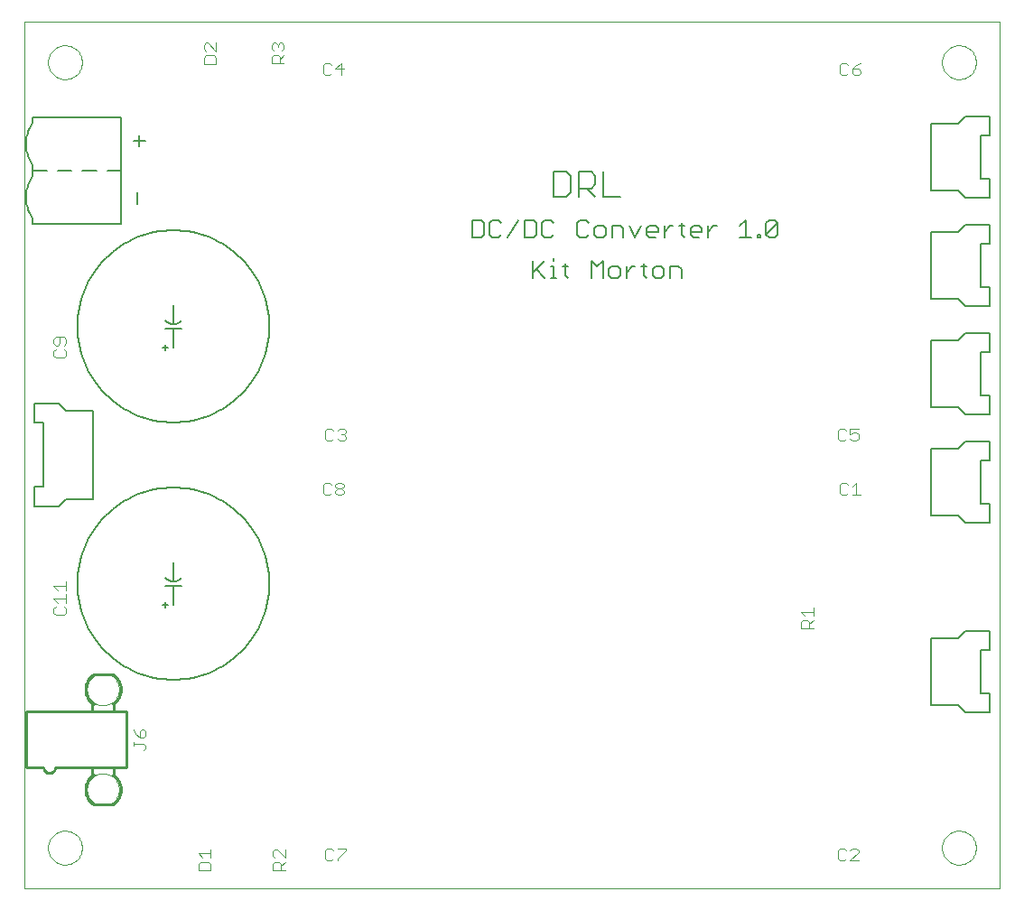
<source format=gto>
G75*
G70*
%OFA0B0*%
%FSLAX24Y24*%
%IPPOS*%
%LPD*%
%AMOC8*
5,1,8,0,0,1.08239X$1,22.5*
%
%ADD10C,0.0000*%
%ADD11C,0.0060*%
%ADD12C,0.0080*%
%ADD13C,0.0040*%
%ADD14C,0.0050*%
%ADD15C,0.0100*%
D10*
X006843Y002308D02*
X006843Y034304D01*
X042843Y034304D01*
X042843Y002308D01*
X006843Y002308D01*
X007718Y003808D02*
X007720Y003858D01*
X007726Y003907D01*
X007736Y003956D01*
X007749Y004003D01*
X007767Y004050D01*
X007788Y004095D01*
X007812Y004138D01*
X007840Y004179D01*
X007871Y004218D01*
X007905Y004254D01*
X007942Y004288D01*
X007982Y004318D01*
X008023Y004345D01*
X008067Y004369D01*
X008112Y004389D01*
X008159Y004405D01*
X008207Y004418D01*
X008256Y004427D01*
X008306Y004432D01*
X008355Y004433D01*
X008405Y004430D01*
X008454Y004423D01*
X008503Y004412D01*
X008550Y004398D01*
X008596Y004379D01*
X008641Y004357D01*
X008684Y004332D01*
X008724Y004303D01*
X008762Y004271D01*
X008798Y004237D01*
X008831Y004199D01*
X008860Y004159D01*
X008886Y004117D01*
X008909Y004073D01*
X008928Y004027D01*
X008944Y003980D01*
X008956Y003931D01*
X008964Y003882D01*
X008968Y003833D01*
X008968Y003783D01*
X008964Y003734D01*
X008956Y003685D01*
X008944Y003636D01*
X008928Y003589D01*
X008909Y003543D01*
X008886Y003499D01*
X008860Y003457D01*
X008831Y003417D01*
X008798Y003379D01*
X008762Y003345D01*
X008724Y003313D01*
X008684Y003284D01*
X008641Y003259D01*
X008596Y003237D01*
X008550Y003218D01*
X008503Y003204D01*
X008454Y003193D01*
X008405Y003186D01*
X008355Y003183D01*
X008306Y003184D01*
X008256Y003189D01*
X008207Y003198D01*
X008159Y003211D01*
X008112Y003227D01*
X008067Y003247D01*
X008023Y003271D01*
X007982Y003298D01*
X007942Y003328D01*
X007905Y003362D01*
X007871Y003398D01*
X007840Y003437D01*
X007812Y003478D01*
X007788Y003521D01*
X007767Y003566D01*
X007749Y003613D01*
X007736Y003660D01*
X007726Y003709D01*
X007720Y003758D01*
X007718Y003808D01*
X009154Y005958D02*
X009156Y006006D01*
X009162Y006054D01*
X009172Y006101D01*
X009185Y006147D01*
X009203Y006192D01*
X009223Y006236D01*
X009248Y006278D01*
X009276Y006317D01*
X009306Y006354D01*
X009340Y006388D01*
X009377Y006420D01*
X009415Y006449D01*
X009456Y006474D01*
X009499Y006496D01*
X009544Y006514D01*
X009590Y006528D01*
X009637Y006539D01*
X009685Y006546D01*
X009733Y006549D01*
X009781Y006548D01*
X009829Y006543D01*
X009877Y006534D01*
X009923Y006522D01*
X009968Y006505D01*
X010012Y006485D01*
X010054Y006462D01*
X010094Y006435D01*
X010132Y006405D01*
X010167Y006372D01*
X010199Y006336D01*
X010229Y006298D01*
X010255Y006257D01*
X010277Y006214D01*
X010297Y006170D01*
X010312Y006125D01*
X010324Y006078D01*
X010332Y006030D01*
X010336Y005982D01*
X010336Y005934D01*
X010332Y005886D01*
X010324Y005838D01*
X010312Y005791D01*
X010297Y005746D01*
X010277Y005702D01*
X010255Y005659D01*
X010229Y005618D01*
X010199Y005580D01*
X010167Y005544D01*
X010132Y005511D01*
X010094Y005481D01*
X010054Y005454D01*
X010012Y005431D01*
X009968Y005411D01*
X009923Y005394D01*
X009877Y005382D01*
X009829Y005373D01*
X009781Y005368D01*
X009733Y005367D01*
X009685Y005370D01*
X009637Y005377D01*
X009590Y005388D01*
X009544Y005402D01*
X009499Y005420D01*
X009456Y005442D01*
X009415Y005467D01*
X009377Y005496D01*
X009340Y005528D01*
X009306Y005562D01*
X009276Y005599D01*
X009248Y005638D01*
X009223Y005680D01*
X009203Y005724D01*
X009185Y005769D01*
X009172Y005815D01*
X009162Y005862D01*
X009156Y005910D01*
X009154Y005958D01*
X009154Y009658D02*
X009156Y009706D01*
X009162Y009754D01*
X009172Y009801D01*
X009185Y009847D01*
X009203Y009892D01*
X009223Y009936D01*
X009248Y009978D01*
X009276Y010017D01*
X009306Y010054D01*
X009340Y010088D01*
X009377Y010120D01*
X009415Y010149D01*
X009456Y010174D01*
X009499Y010196D01*
X009544Y010214D01*
X009590Y010228D01*
X009637Y010239D01*
X009685Y010246D01*
X009733Y010249D01*
X009781Y010248D01*
X009829Y010243D01*
X009877Y010234D01*
X009923Y010222D01*
X009968Y010205D01*
X010012Y010185D01*
X010054Y010162D01*
X010094Y010135D01*
X010132Y010105D01*
X010167Y010072D01*
X010199Y010036D01*
X010229Y009998D01*
X010255Y009957D01*
X010277Y009914D01*
X010297Y009870D01*
X010312Y009825D01*
X010324Y009778D01*
X010332Y009730D01*
X010336Y009682D01*
X010336Y009634D01*
X010332Y009586D01*
X010324Y009538D01*
X010312Y009491D01*
X010297Y009446D01*
X010277Y009402D01*
X010255Y009359D01*
X010229Y009318D01*
X010199Y009280D01*
X010167Y009244D01*
X010132Y009211D01*
X010094Y009181D01*
X010054Y009154D01*
X010012Y009131D01*
X009968Y009111D01*
X009923Y009094D01*
X009877Y009082D01*
X009829Y009073D01*
X009781Y009068D01*
X009733Y009067D01*
X009685Y009070D01*
X009637Y009077D01*
X009590Y009088D01*
X009544Y009102D01*
X009499Y009120D01*
X009456Y009142D01*
X009415Y009167D01*
X009377Y009196D01*
X009340Y009228D01*
X009306Y009262D01*
X009276Y009299D01*
X009248Y009338D01*
X009223Y009380D01*
X009203Y009424D01*
X009185Y009469D01*
X009172Y009515D01*
X009162Y009562D01*
X009156Y009610D01*
X009154Y009658D01*
X007718Y032808D02*
X007720Y032858D01*
X007726Y032907D01*
X007736Y032956D01*
X007749Y033003D01*
X007767Y033050D01*
X007788Y033095D01*
X007812Y033138D01*
X007840Y033179D01*
X007871Y033218D01*
X007905Y033254D01*
X007942Y033288D01*
X007982Y033318D01*
X008023Y033345D01*
X008067Y033369D01*
X008112Y033389D01*
X008159Y033405D01*
X008207Y033418D01*
X008256Y033427D01*
X008306Y033432D01*
X008355Y033433D01*
X008405Y033430D01*
X008454Y033423D01*
X008503Y033412D01*
X008550Y033398D01*
X008596Y033379D01*
X008641Y033357D01*
X008684Y033332D01*
X008724Y033303D01*
X008762Y033271D01*
X008798Y033237D01*
X008831Y033199D01*
X008860Y033159D01*
X008886Y033117D01*
X008909Y033073D01*
X008928Y033027D01*
X008944Y032980D01*
X008956Y032931D01*
X008964Y032882D01*
X008968Y032833D01*
X008968Y032783D01*
X008964Y032734D01*
X008956Y032685D01*
X008944Y032636D01*
X008928Y032589D01*
X008909Y032543D01*
X008886Y032499D01*
X008860Y032457D01*
X008831Y032417D01*
X008798Y032379D01*
X008762Y032345D01*
X008724Y032313D01*
X008684Y032284D01*
X008641Y032259D01*
X008596Y032237D01*
X008550Y032218D01*
X008503Y032204D01*
X008454Y032193D01*
X008405Y032186D01*
X008355Y032183D01*
X008306Y032184D01*
X008256Y032189D01*
X008207Y032198D01*
X008159Y032211D01*
X008112Y032227D01*
X008067Y032247D01*
X008023Y032271D01*
X007982Y032298D01*
X007942Y032328D01*
X007905Y032362D01*
X007871Y032398D01*
X007840Y032437D01*
X007812Y032478D01*
X007788Y032521D01*
X007767Y032566D01*
X007749Y032613D01*
X007736Y032660D01*
X007726Y032709D01*
X007720Y032758D01*
X007718Y032808D01*
X040718Y032808D02*
X040720Y032858D01*
X040726Y032907D01*
X040736Y032956D01*
X040749Y033003D01*
X040767Y033050D01*
X040788Y033095D01*
X040812Y033138D01*
X040840Y033179D01*
X040871Y033218D01*
X040905Y033254D01*
X040942Y033288D01*
X040982Y033318D01*
X041023Y033345D01*
X041067Y033369D01*
X041112Y033389D01*
X041159Y033405D01*
X041207Y033418D01*
X041256Y033427D01*
X041306Y033432D01*
X041355Y033433D01*
X041405Y033430D01*
X041454Y033423D01*
X041503Y033412D01*
X041550Y033398D01*
X041596Y033379D01*
X041641Y033357D01*
X041684Y033332D01*
X041724Y033303D01*
X041762Y033271D01*
X041798Y033237D01*
X041831Y033199D01*
X041860Y033159D01*
X041886Y033117D01*
X041909Y033073D01*
X041928Y033027D01*
X041944Y032980D01*
X041956Y032931D01*
X041964Y032882D01*
X041968Y032833D01*
X041968Y032783D01*
X041964Y032734D01*
X041956Y032685D01*
X041944Y032636D01*
X041928Y032589D01*
X041909Y032543D01*
X041886Y032499D01*
X041860Y032457D01*
X041831Y032417D01*
X041798Y032379D01*
X041762Y032345D01*
X041724Y032313D01*
X041684Y032284D01*
X041641Y032259D01*
X041596Y032237D01*
X041550Y032218D01*
X041503Y032204D01*
X041454Y032193D01*
X041405Y032186D01*
X041355Y032183D01*
X041306Y032184D01*
X041256Y032189D01*
X041207Y032198D01*
X041159Y032211D01*
X041112Y032227D01*
X041067Y032247D01*
X041023Y032271D01*
X040982Y032298D01*
X040942Y032328D01*
X040905Y032362D01*
X040871Y032398D01*
X040840Y032437D01*
X040812Y032478D01*
X040788Y032521D01*
X040767Y032566D01*
X040749Y032613D01*
X040736Y032660D01*
X040726Y032709D01*
X040720Y032758D01*
X040718Y032808D01*
X040718Y003808D02*
X040720Y003858D01*
X040726Y003907D01*
X040736Y003956D01*
X040749Y004003D01*
X040767Y004050D01*
X040788Y004095D01*
X040812Y004138D01*
X040840Y004179D01*
X040871Y004218D01*
X040905Y004254D01*
X040942Y004288D01*
X040982Y004318D01*
X041023Y004345D01*
X041067Y004369D01*
X041112Y004389D01*
X041159Y004405D01*
X041207Y004418D01*
X041256Y004427D01*
X041306Y004432D01*
X041355Y004433D01*
X041405Y004430D01*
X041454Y004423D01*
X041503Y004412D01*
X041550Y004398D01*
X041596Y004379D01*
X041641Y004357D01*
X041684Y004332D01*
X041724Y004303D01*
X041762Y004271D01*
X041798Y004237D01*
X041831Y004199D01*
X041860Y004159D01*
X041886Y004117D01*
X041909Y004073D01*
X041928Y004027D01*
X041944Y003980D01*
X041956Y003931D01*
X041964Y003882D01*
X041968Y003833D01*
X041968Y003783D01*
X041964Y003734D01*
X041956Y003685D01*
X041944Y003636D01*
X041928Y003589D01*
X041909Y003543D01*
X041886Y003499D01*
X041860Y003457D01*
X041831Y003417D01*
X041798Y003379D01*
X041762Y003345D01*
X041724Y003313D01*
X041684Y003284D01*
X041641Y003259D01*
X041596Y003237D01*
X041550Y003218D01*
X041503Y003204D01*
X041454Y003193D01*
X041405Y003186D01*
X041355Y003183D01*
X041306Y003184D01*
X041256Y003189D01*
X041207Y003198D01*
X041159Y003211D01*
X041112Y003227D01*
X041067Y003247D01*
X041023Y003271D01*
X040982Y003298D01*
X040942Y003328D01*
X040905Y003362D01*
X040871Y003398D01*
X040840Y003437D01*
X040812Y003478D01*
X040788Y003521D01*
X040767Y003566D01*
X040749Y003613D01*
X040736Y003660D01*
X040726Y003709D01*
X040720Y003758D01*
X040718Y003808D01*
D11*
X031099Y024838D02*
X031099Y025158D01*
X030992Y025265D01*
X030672Y025265D01*
X030672Y024838D01*
X030455Y024945D02*
X030455Y025158D01*
X030348Y025265D01*
X030134Y025265D01*
X030028Y025158D01*
X030028Y024945D01*
X030134Y024838D01*
X030348Y024838D01*
X030455Y024945D01*
X029812Y024838D02*
X029705Y024945D01*
X029705Y025372D01*
X029598Y025265D02*
X029812Y025265D01*
X029381Y025265D02*
X029274Y025265D01*
X029061Y025052D01*
X029061Y025265D02*
X029061Y024838D01*
X028843Y024945D02*
X028843Y025158D01*
X028737Y025265D01*
X028523Y025265D01*
X028416Y025158D01*
X028416Y024945D01*
X028523Y024838D01*
X028737Y024838D01*
X028843Y024945D01*
X028199Y024838D02*
X028199Y025479D01*
X027985Y025265D01*
X027772Y025479D01*
X027772Y024838D01*
X026911Y024838D02*
X026804Y024945D01*
X026804Y025372D01*
X026698Y025265D02*
X026911Y025265D01*
X026375Y025265D02*
X026375Y024838D01*
X026481Y024838D02*
X026268Y024838D01*
X026050Y024838D02*
X025730Y025158D01*
X025623Y025052D02*
X026050Y025479D01*
X026268Y025265D02*
X026375Y025265D01*
X026375Y025479D02*
X026375Y025585D01*
X026272Y026338D02*
X026058Y026338D01*
X025952Y026445D01*
X025952Y026872D01*
X026058Y026979D01*
X026272Y026979D01*
X026379Y026872D01*
X026379Y026445D02*
X026272Y026338D01*
X025734Y026445D02*
X025734Y026872D01*
X025627Y026979D01*
X025307Y026979D01*
X025307Y026338D01*
X025627Y026338D01*
X025734Y026445D01*
X025090Y026979D02*
X024663Y026338D01*
X024445Y026445D02*
X024338Y026338D01*
X024125Y026338D01*
X024018Y026445D01*
X024018Y026872D01*
X024125Y026979D01*
X024338Y026979D01*
X024445Y026872D01*
X023800Y026872D02*
X023800Y026445D01*
X023694Y026338D01*
X023373Y026338D01*
X023373Y026979D01*
X023694Y026979D01*
X023800Y026872D01*
X025623Y025479D02*
X025623Y024838D01*
X027241Y026445D02*
X027347Y026338D01*
X027561Y026338D01*
X027668Y026445D01*
X027885Y026445D02*
X027992Y026338D01*
X028205Y026338D01*
X028312Y026445D01*
X028312Y026658D01*
X028205Y026765D01*
X027992Y026765D01*
X027885Y026658D01*
X027885Y026445D01*
X027668Y026872D02*
X027561Y026979D01*
X027347Y026979D01*
X027241Y026872D01*
X027241Y026445D01*
X028530Y026338D02*
X028530Y026765D01*
X028850Y026765D01*
X028957Y026658D01*
X028957Y026338D01*
X029388Y026338D02*
X029174Y026765D01*
X029601Y026765D02*
X029388Y026338D01*
X029819Y026445D02*
X029819Y026658D01*
X029925Y026765D01*
X030139Y026765D01*
X030246Y026658D01*
X030246Y026552D01*
X029819Y026552D01*
X029819Y026445D02*
X029925Y026338D01*
X030139Y026338D01*
X030463Y026338D02*
X030463Y026765D01*
X030463Y026552D02*
X030677Y026765D01*
X030784Y026765D01*
X031000Y026765D02*
X031214Y026765D01*
X031107Y026872D02*
X031107Y026445D01*
X031214Y026338D01*
X031430Y026445D02*
X031430Y026658D01*
X031537Y026765D01*
X031750Y026765D01*
X031857Y026658D01*
X031857Y026552D01*
X031430Y026552D01*
X031430Y026445D02*
X031537Y026338D01*
X031750Y026338D01*
X032075Y026338D02*
X032075Y026765D01*
X032288Y026765D02*
X032395Y026765D01*
X032288Y026765D02*
X032075Y026552D01*
X033256Y026765D02*
X033470Y026979D01*
X033470Y026338D01*
X033683Y026338D02*
X033256Y026338D01*
X033901Y026338D02*
X034007Y026338D01*
X034007Y026445D01*
X033901Y026445D01*
X033901Y026338D01*
X034223Y026445D02*
X034330Y026338D01*
X034543Y026338D01*
X034650Y026445D01*
X034650Y026872D01*
X034223Y026445D01*
X034223Y026872D01*
X034330Y026979D01*
X034543Y026979D01*
X034650Y026872D01*
X011300Y029908D02*
X010873Y029908D01*
X011087Y029695D02*
X011087Y030122D01*
X010993Y028015D02*
X010993Y027588D01*
D12*
X026383Y027848D02*
X026844Y027848D01*
X026997Y028001D01*
X026997Y028615D01*
X026844Y028769D01*
X026383Y028769D01*
X026383Y027848D01*
X027304Y027848D02*
X027304Y028769D01*
X027765Y028769D01*
X027918Y028615D01*
X027918Y028308D01*
X027765Y028155D01*
X027304Y028155D01*
X027611Y028155D02*
X027918Y027848D01*
X028225Y027848D02*
X028839Y027848D01*
X028225Y027848D02*
X028225Y028769D01*
D13*
X036943Y032405D02*
X037019Y032328D01*
X037173Y032328D01*
X037250Y032405D01*
X037403Y032405D02*
X037403Y032558D01*
X037633Y032558D01*
X037710Y032481D01*
X037710Y032405D01*
X037633Y032328D01*
X037480Y032328D01*
X037403Y032405D01*
X037403Y032558D02*
X037556Y032712D01*
X037710Y032788D01*
X037250Y032712D02*
X037173Y032788D01*
X037019Y032788D01*
X036943Y032712D01*
X036943Y032405D01*
X036940Y019288D02*
X036863Y019212D01*
X036863Y018905D01*
X036940Y018828D01*
X037094Y018828D01*
X037170Y018905D01*
X037324Y018905D02*
X037401Y018828D01*
X037554Y018828D01*
X037631Y018905D01*
X037631Y019058D01*
X037554Y019135D01*
X037477Y019135D01*
X037324Y019058D01*
X037324Y019288D01*
X037631Y019288D01*
X037170Y019212D02*
X037094Y019288D01*
X036940Y019288D01*
X037019Y017288D02*
X036943Y017212D01*
X036943Y016905D01*
X037019Y016828D01*
X037173Y016828D01*
X037250Y016905D01*
X037403Y016828D02*
X037710Y016828D01*
X037556Y016828D02*
X037556Y017288D01*
X037403Y017135D01*
X037250Y017212D02*
X037173Y017288D01*
X037019Y017288D01*
X035960Y012674D02*
X035960Y012368D01*
X035960Y012521D02*
X035499Y012521D01*
X035653Y012368D01*
X035730Y012214D02*
X035806Y012137D01*
X035806Y011907D01*
X035806Y012061D02*
X035960Y012214D01*
X035730Y012214D02*
X035576Y012214D01*
X035499Y012137D01*
X035499Y011907D01*
X035960Y011907D01*
X036940Y003788D02*
X036863Y003712D01*
X036863Y003405D01*
X036940Y003328D01*
X037094Y003328D01*
X037170Y003405D01*
X037324Y003328D02*
X037631Y003635D01*
X037631Y003712D01*
X037554Y003788D01*
X037401Y003788D01*
X037324Y003712D01*
X037170Y003712D02*
X037094Y003788D01*
X036940Y003788D01*
X037324Y003328D02*
X037631Y003328D01*
X018710Y003712D02*
X018403Y003405D01*
X018403Y003328D01*
X018250Y003405D02*
X018173Y003328D01*
X018019Y003328D01*
X017943Y003405D01*
X017943Y003712D01*
X018019Y003788D01*
X018173Y003788D01*
X018250Y003712D01*
X018403Y003788D02*
X018710Y003788D01*
X018710Y003712D01*
X016473Y003745D02*
X016473Y003438D01*
X016167Y003745D01*
X016090Y003745D01*
X016013Y003669D01*
X016013Y003515D01*
X016090Y003438D01*
X016090Y003285D02*
X016243Y003285D01*
X016320Y003208D01*
X016320Y002978D01*
X016320Y003131D02*
X016473Y003285D01*
X016473Y002978D02*
X016013Y002978D01*
X016013Y003208D01*
X016090Y003285D01*
X013723Y003208D02*
X013647Y003285D01*
X013340Y003285D01*
X013263Y003208D01*
X013263Y002978D01*
X013723Y002978D01*
X013723Y003208D01*
X013723Y003438D02*
X013723Y003745D01*
X013723Y003592D02*
X013263Y003592D01*
X013417Y003438D01*
X011247Y007407D02*
X011323Y007484D01*
X011323Y007561D01*
X011247Y007637D01*
X010863Y007637D01*
X010863Y007561D02*
X010863Y007714D01*
X011093Y007868D02*
X011093Y008098D01*
X011170Y008175D01*
X011247Y008175D01*
X011323Y008098D01*
X011323Y007944D01*
X011247Y007868D01*
X011093Y007868D01*
X010940Y008021D01*
X010863Y008175D01*
X008310Y012397D02*
X008003Y012397D01*
X007926Y012474D01*
X007926Y012627D01*
X008003Y012704D01*
X008080Y012857D02*
X007926Y013011D01*
X008386Y013011D01*
X008386Y013164D02*
X008386Y012857D01*
X008310Y012704D02*
X008386Y012627D01*
X008386Y012474D01*
X008310Y012397D01*
X008386Y013318D02*
X008386Y013625D01*
X008386Y013471D02*
X007926Y013471D01*
X008080Y013318D01*
X017863Y016905D02*
X017940Y016828D01*
X018094Y016828D01*
X018170Y016905D01*
X018324Y016905D02*
X018324Y016981D01*
X018401Y017058D01*
X018554Y017058D01*
X018631Y016981D01*
X018631Y016905D01*
X018554Y016828D01*
X018401Y016828D01*
X018324Y016905D01*
X018401Y017058D02*
X018324Y017135D01*
X018324Y017212D01*
X018401Y017288D01*
X018554Y017288D01*
X018631Y017212D01*
X018631Y017135D01*
X018554Y017058D01*
X018170Y017212D02*
X018094Y017288D01*
X017940Y017288D01*
X017863Y017212D01*
X017863Y016905D01*
X018019Y018828D02*
X018173Y018828D01*
X018250Y018905D01*
X018403Y018905D02*
X018480Y018828D01*
X018633Y018828D01*
X018710Y018905D01*
X018710Y018981D01*
X018633Y019058D01*
X018556Y019058D01*
X018633Y019058D02*
X018710Y019135D01*
X018710Y019212D01*
X018633Y019288D01*
X018480Y019288D01*
X018403Y019212D01*
X018250Y019212D02*
X018173Y019288D01*
X018019Y019288D01*
X017943Y019212D01*
X017943Y018905D01*
X018019Y018828D01*
X008386Y021974D02*
X008310Y021897D01*
X008003Y021897D01*
X007926Y021974D01*
X007926Y022127D01*
X008003Y022204D01*
X008003Y022357D02*
X008080Y022357D01*
X008156Y022434D01*
X008156Y022664D01*
X008003Y022664D02*
X007926Y022587D01*
X007926Y022434D01*
X008003Y022357D01*
X008310Y022357D02*
X008386Y022434D01*
X008386Y022587D01*
X008310Y022664D01*
X008003Y022664D01*
X008310Y022204D02*
X008386Y022127D01*
X008386Y021974D01*
X017940Y032328D02*
X017863Y032405D01*
X017863Y032712D01*
X017940Y032788D01*
X018094Y032788D01*
X018170Y032712D01*
X018324Y032558D02*
X018631Y032558D01*
X018554Y032328D02*
X018554Y032788D01*
X018324Y032558D01*
X018170Y032405D02*
X018094Y032328D01*
X017940Y032328D01*
X016423Y032765D02*
X015963Y032765D01*
X015963Y032995D01*
X016040Y033072D01*
X016193Y033072D01*
X016270Y032995D01*
X016270Y032765D01*
X016270Y032918D02*
X016423Y033072D01*
X016347Y033225D02*
X016423Y033302D01*
X016423Y033455D01*
X016347Y033532D01*
X016270Y033532D01*
X016193Y033455D01*
X016193Y033379D01*
X016193Y033455D02*
X016117Y033532D01*
X016040Y033532D01*
X015963Y033455D01*
X015963Y033302D01*
X016040Y033225D01*
X013923Y033218D02*
X013617Y033525D01*
X013540Y033525D01*
X013463Y033448D01*
X013463Y033294D01*
X013540Y033218D01*
X013540Y033064D02*
X013463Y032987D01*
X013463Y032757D01*
X013923Y032757D01*
X013923Y032987D01*
X013847Y033064D01*
X013540Y033064D01*
X013923Y033218D02*
X013923Y033525D01*
D14*
X010418Y030777D02*
X007151Y030777D01*
X007151Y030580D01*
X007150Y030580D02*
X007110Y030519D01*
X007073Y030456D01*
X007040Y030391D01*
X007010Y030325D01*
X006983Y030257D01*
X006960Y030187D01*
X006941Y030117D01*
X006926Y030046D01*
X006914Y029974D01*
X006906Y029901D01*
X006902Y029828D01*
X006902Y029756D01*
X006906Y029683D01*
X006914Y029610D01*
X006926Y029538D01*
X006941Y029467D01*
X006960Y029397D01*
X006983Y029327D01*
X007010Y029259D01*
X007040Y029193D01*
X007073Y029128D01*
X007110Y029065D01*
X007150Y029004D01*
X007151Y029005D02*
X007151Y028808D01*
X007151Y028611D01*
X007151Y028808D02*
X007672Y028808D01*
X008066Y028808D02*
X008588Y028808D01*
X008981Y028808D02*
X009503Y028808D01*
X009897Y028808D02*
X010418Y028808D01*
X010418Y026840D01*
X007151Y026840D01*
X007151Y027036D01*
X007150Y027036D02*
X007110Y027097D01*
X007073Y027160D01*
X007040Y027225D01*
X007010Y027291D01*
X006983Y027359D01*
X006960Y027429D01*
X006941Y027499D01*
X006926Y027570D01*
X006914Y027642D01*
X006906Y027715D01*
X006902Y027788D01*
X006902Y027860D01*
X006906Y027933D01*
X006914Y028006D01*
X006926Y028078D01*
X006941Y028149D01*
X006960Y028219D01*
X006983Y028289D01*
X007010Y028357D01*
X007040Y028423D01*
X007073Y028488D01*
X007110Y028551D01*
X007150Y028612D01*
X010418Y028808D02*
X010418Y030777D01*
X012343Y023845D02*
X012343Y023156D01*
X008800Y023058D02*
X008804Y023232D01*
X008817Y023405D01*
X008838Y023578D01*
X008868Y023749D01*
X008906Y023919D01*
X008953Y024086D01*
X009007Y024252D01*
X009070Y024414D01*
X009140Y024573D01*
X009218Y024728D01*
X009304Y024879D01*
X009397Y025026D01*
X009497Y025169D01*
X009604Y025306D01*
X009718Y025437D01*
X009838Y025563D01*
X009964Y025683D01*
X010095Y025797D01*
X010232Y025904D01*
X010375Y026004D01*
X010522Y026097D01*
X010673Y026183D01*
X010828Y026261D01*
X010987Y026331D01*
X011149Y026394D01*
X011315Y026448D01*
X011482Y026495D01*
X011652Y026533D01*
X011823Y026563D01*
X011996Y026584D01*
X012169Y026597D01*
X012343Y026601D01*
X012517Y026597D01*
X012690Y026584D01*
X012863Y026563D01*
X013034Y026533D01*
X013204Y026495D01*
X013371Y026448D01*
X013537Y026394D01*
X013699Y026331D01*
X013858Y026261D01*
X014013Y026183D01*
X014164Y026097D01*
X014311Y026004D01*
X014454Y025904D01*
X014591Y025797D01*
X014722Y025683D01*
X014848Y025563D01*
X014968Y025437D01*
X015082Y025306D01*
X015189Y025169D01*
X015289Y025026D01*
X015382Y024879D01*
X015468Y024728D01*
X015546Y024573D01*
X015616Y024414D01*
X015679Y024252D01*
X015733Y024086D01*
X015780Y023919D01*
X015818Y023749D01*
X015848Y023578D01*
X015869Y023405D01*
X015882Y023232D01*
X015886Y023058D01*
X015882Y022884D01*
X015869Y022711D01*
X015848Y022538D01*
X015818Y022367D01*
X015780Y022197D01*
X015733Y022030D01*
X015679Y021864D01*
X015616Y021702D01*
X015546Y021543D01*
X015468Y021388D01*
X015382Y021237D01*
X015289Y021090D01*
X015189Y020947D01*
X015082Y020810D01*
X014968Y020679D01*
X014848Y020553D01*
X014722Y020433D01*
X014591Y020319D01*
X014454Y020212D01*
X014311Y020112D01*
X014164Y020019D01*
X014013Y019933D01*
X013858Y019855D01*
X013699Y019785D01*
X013537Y019722D01*
X013371Y019668D01*
X013204Y019621D01*
X013034Y019583D01*
X012863Y019553D01*
X012690Y019532D01*
X012517Y019519D01*
X012343Y019515D01*
X012169Y019519D01*
X011996Y019532D01*
X011823Y019553D01*
X011652Y019583D01*
X011482Y019621D01*
X011315Y019668D01*
X011149Y019722D01*
X010987Y019785D01*
X010828Y019855D01*
X010673Y019933D01*
X010522Y020019D01*
X010375Y020112D01*
X010232Y020212D01*
X010095Y020319D01*
X009964Y020433D01*
X009838Y020553D01*
X009718Y020679D01*
X009604Y020810D01*
X009497Y020947D01*
X009397Y021090D01*
X009304Y021237D01*
X009218Y021388D01*
X009140Y021543D01*
X009070Y021702D01*
X009007Y021864D01*
X008953Y022030D01*
X008906Y022197D01*
X008868Y022367D01*
X008838Y022538D01*
X008817Y022711D01*
X008804Y022884D01*
X008800Y023058D01*
X011950Y022271D02*
X012147Y022271D01*
X012048Y022369D02*
X012048Y022172D01*
X012343Y022271D02*
X012343Y022960D01*
X012639Y022960D01*
X012343Y022960D02*
X012048Y022960D01*
X012048Y023275D02*
X012073Y023247D01*
X012101Y023222D01*
X012131Y023200D01*
X012164Y023181D01*
X012197Y023166D01*
X012233Y023153D01*
X012269Y023144D01*
X012306Y023139D01*
X012343Y023137D01*
X012380Y023139D01*
X012417Y023144D01*
X012453Y023153D01*
X012489Y023166D01*
X012522Y023181D01*
X012555Y023200D01*
X012585Y023222D01*
X012613Y023247D01*
X012638Y023275D01*
X009367Y019936D02*
X008383Y019936D01*
X008095Y020217D01*
X007202Y020217D01*
X007202Y019509D01*
X007556Y019509D01*
X007556Y017127D01*
X007202Y017127D01*
X007202Y016399D01*
X008095Y016399D01*
X008383Y016680D01*
X009367Y016680D01*
X009367Y019936D01*
X012343Y014345D02*
X012343Y013656D01*
X008800Y013558D02*
X008804Y013732D01*
X008817Y013905D01*
X008838Y014078D01*
X008868Y014249D01*
X008906Y014419D01*
X008953Y014586D01*
X009007Y014752D01*
X009070Y014914D01*
X009140Y015073D01*
X009218Y015228D01*
X009304Y015379D01*
X009397Y015526D01*
X009497Y015669D01*
X009604Y015806D01*
X009718Y015937D01*
X009838Y016063D01*
X009964Y016183D01*
X010095Y016297D01*
X010232Y016404D01*
X010375Y016504D01*
X010522Y016597D01*
X010673Y016683D01*
X010828Y016761D01*
X010987Y016831D01*
X011149Y016894D01*
X011315Y016948D01*
X011482Y016995D01*
X011652Y017033D01*
X011823Y017063D01*
X011996Y017084D01*
X012169Y017097D01*
X012343Y017101D01*
X012517Y017097D01*
X012690Y017084D01*
X012863Y017063D01*
X013034Y017033D01*
X013204Y016995D01*
X013371Y016948D01*
X013537Y016894D01*
X013699Y016831D01*
X013858Y016761D01*
X014013Y016683D01*
X014164Y016597D01*
X014311Y016504D01*
X014454Y016404D01*
X014591Y016297D01*
X014722Y016183D01*
X014848Y016063D01*
X014968Y015937D01*
X015082Y015806D01*
X015189Y015669D01*
X015289Y015526D01*
X015382Y015379D01*
X015468Y015228D01*
X015546Y015073D01*
X015616Y014914D01*
X015679Y014752D01*
X015733Y014586D01*
X015780Y014419D01*
X015818Y014249D01*
X015848Y014078D01*
X015869Y013905D01*
X015882Y013732D01*
X015886Y013558D01*
X015882Y013384D01*
X015869Y013211D01*
X015848Y013038D01*
X015818Y012867D01*
X015780Y012697D01*
X015733Y012530D01*
X015679Y012364D01*
X015616Y012202D01*
X015546Y012043D01*
X015468Y011888D01*
X015382Y011737D01*
X015289Y011590D01*
X015189Y011447D01*
X015082Y011310D01*
X014968Y011179D01*
X014848Y011053D01*
X014722Y010933D01*
X014591Y010819D01*
X014454Y010712D01*
X014311Y010612D01*
X014164Y010519D01*
X014013Y010433D01*
X013858Y010355D01*
X013699Y010285D01*
X013537Y010222D01*
X013371Y010168D01*
X013204Y010121D01*
X013034Y010083D01*
X012863Y010053D01*
X012690Y010032D01*
X012517Y010019D01*
X012343Y010015D01*
X012169Y010019D01*
X011996Y010032D01*
X011823Y010053D01*
X011652Y010083D01*
X011482Y010121D01*
X011315Y010168D01*
X011149Y010222D01*
X010987Y010285D01*
X010828Y010355D01*
X010673Y010433D01*
X010522Y010519D01*
X010375Y010612D01*
X010232Y010712D01*
X010095Y010819D01*
X009964Y010933D01*
X009838Y011053D01*
X009718Y011179D01*
X009604Y011310D01*
X009497Y011447D01*
X009397Y011590D01*
X009304Y011737D01*
X009218Y011888D01*
X009140Y012043D01*
X009070Y012202D01*
X009007Y012364D01*
X008953Y012530D01*
X008906Y012697D01*
X008868Y012867D01*
X008838Y013038D01*
X008817Y013211D01*
X008804Y013384D01*
X008800Y013558D01*
X011950Y012771D02*
X012147Y012771D01*
X012048Y012869D02*
X012048Y012672D01*
X012343Y012771D02*
X012343Y013460D01*
X012639Y013460D01*
X012343Y013460D02*
X012048Y013460D01*
X012048Y013775D02*
X012073Y013747D01*
X012101Y013722D01*
X012131Y013700D01*
X012164Y013681D01*
X012197Y013666D01*
X012233Y013653D01*
X012269Y013644D01*
X012306Y013639D01*
X012343Y013637D01*
X012380Y013639D01*
X012417Y013644D01*
X012453Y013653D01*
X012489Y013666D01*
X012522Y013681D01*
X012555Y013700D01*
X012585Y013722D01*
X012613Y013747D01*
X012638Y013775D01*
X040320Y011542D02*
X040320Y009074D01*
X041304Y009074D01*
X041591Y008792D01*
X042485Y008792D01*
X042485Y009501D01*
X042131Y009501D01*
X042131Y011095D01*
X042485Y011095D01*
X042485Y011824D01*
X041591Y011824D01*
X041304Y011542D01*
X040320Y011542D01*
X041591Y015792D02*
X041304Y016074D01*
X040320Y016074D01*
X040320Y018542D01*
X041304Y018542D01*
X041591Y018824D01*
X042485Y018824D01*
X042485Y018095D01*
X042131Y018095D01*
X042131Y016501D01*
X042485Y016501D01*
X042485Y015792D01*
X041591Y015792D01*
X041591Y019792D02*
X041304Y020074D01*
X040320Y020074D01*
X040320Y022542D01*
X041304Y022542D01*
X041591Y022824D01*
X042485Y022824D01*
X042485Y022095D01*
X042131Y022095D01*
X042131Y020501D01*
X042485Y020501D01*
X042485Y019792D01*
X041591Y019792D01*
X041591Y023792D02*
X041304Y024074D01*
X040320Y024074D01*
X040320Y026542D01*
X041304Y026542D01*
X041591Y026824D01*
X042485Y026824D01*
X042485Y026095D01*
X042131Y026095D01*
X042131Y024501D01*
X042485Y024501D01*
X042485Y023792D01*
X041591Y023792D01*
X041591Y027792D02*
X041304Y028074D01*
X040320Y028074D01*
X040320Y030542D01*
X041304Y030542D01*
X041591Y030824D01*
X042485Y030824D01*
X042485Y030095D01*
X042131Y030095D01*
X042131Y028501D01*
X042485Y028501D01*
X042485Y027792D01*
X041591Y027792D01*
D15*
X010615Y008832D02*
X010615Y006784D01*
X007977Y006784D01*
X007978Y006784D02*
X007976Y006756D01*
X007971Y006728D01*
X007961Y006701D01*
X007949Y006675D01*
X007933Y006652D01*
X007914Y006631D01*
X007893Y006612D01*
X007869Y006596D01*
X007844Y006584D01*
X007817Y006574D01*
X007789Y006569D01*
X007761Y006567D01*
X007733Y006569D01*
X007705Y006574D01*
X007678Y006584D01*
X007652Y006596D01*
X007629Y006612D01*
X007608Y006631D01*
X007589Y006652D01*
X007573Y006676D01*
X007561Y006701D01*
X007551Y006728D01*
X007546Y006756D01*
X007544Y006784D01*
X006914Y006784D01*
X006914Y008832D01*
X010615Y008832D01*
X010143Y008871D02*
X010143Y009147D01*
X009395Y009107D02*
X009354Y009136D01*
X009315Y009168D01*
X009278Y009203D01*
X009245Y009240D01*
X009214Y009280D01*
X009187Y009322D01*
X009162Y009366D01*
X009142Y009412D01*
X009125Y009460D01*
X009111Y009508D01*
X009102Y009558D01*
X009096Y009608D01*
X009094Y009658D01*
X009096Y009708D01*
X009102Y009758D01*
X009111Y009808D01*
X009125Y009856D01*
X009142Y009904D01*
X009162Y009950D01*
X009187Y009994D01*
X009214Y010036D01*
X009245Y010076D01*
X009278Y010113D01*
X009315Y010148D01*
X009354Y010180D01*
X009395Y010209D01*
X009395Y010210D02*
X010103Y010210D01*
X010103Y010209D02*
X010144Y010180D01*
X010183Y010148D01*
X010220Y010113D01*
X010253Y010076D01*
X010284Y010036D01*
X010311Y009994D01*
X010336Y009950D01*
X010356Y009904D01*
X010373Y009856D01*
X010387Y009808D01*
X010396Y009758D01*
X010402Y009708D01*
X010404Y009658D01*
X010402Y009608D01*
X010396Y009558D01*
X010387Y009508D01*
X010373Y009460D01*
X010356Y009412D01*
X010336Y009366D01*
X010311Y009322D01*
X010284Y009280D01*
X010253Y009240D01*
X010220Y009203D01*
X010183Y009168D01*
X010144Y009136D01*
X010103Y009107D01*
X009355Y009147D02*
X009355Y008871D01*
X009355Y006745D02*
X009355Y006469D01*
X010103Y006509D02*
X010144Y006480D01*
X010183Y006448D01*
X010220Y006413D01*
X010253Y006376D01*
X010284Y006336D01*
X010311Y006294D01*
X010336Y006250D01*
X010356Y006204D01*
X010373Y006156D01*
X010387Y006108D01*
X010396Y006058D01*
X010402Y006008D01*
X010404Y005958D01*
X010402Y005908D01*
X010396Y005858D01*
X010387Y005808D01*
X010373Y005760D01*
X010356Y005712D01*
X010336Y005666D01*
X010311Y005622D01*
X010284Y005580D01*
X010253Y005540D01*
X010220Y005503D01*
X010183Y005468D01*
X010144Y005436D01*
X010103Y005407D01*
X010103Y005406D02*
X009395Y005406D01*
X009395Y005407D02*
X009354Y005436D01*
X009315Y005468D01*
X009278Y005503D01*
X009245Y005540D01*
X009214Y005580D01*
X009187Y005622D01*
X009162Y005666D01*
X009142Y005712D01*
X009125Y005760D01*
X009111Y005808D01*
X009102Y005858D01*
X009096Y005908D01*
X009094Y005958D01*
X009096Y006008D01*
X009102Y006058D01*
X009111Y006108D01*
X009125Y006156D01*
X009142Y006204D01*
X009162Y006250D01*
X009187Y006294D01*
X009214Y006336D01*
X009245Y006376D01*
X009278Y006413D01*
X009315Y006448D01*
X009354Y006480D01*
X009395Y006509D01*
X010143Y006469D02*
X010143Y006745D01*
M02*

</source>
